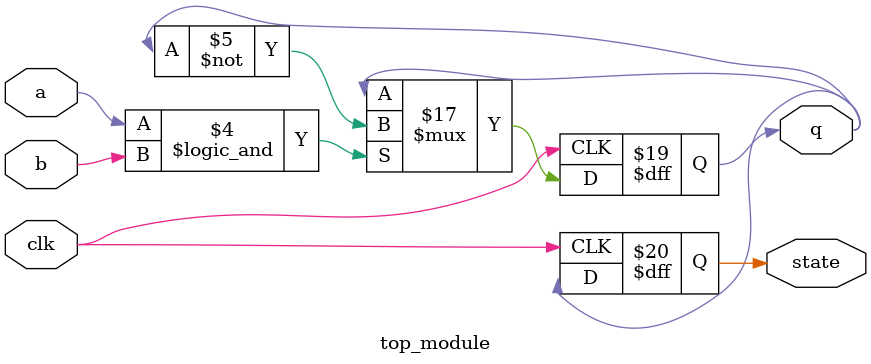
<source format=sv>
module top_module (
    input clk,
    input a,
    input b,
    output reg q,
    output reg state
);

    always @(posedge clk) begin
        state <= q;
        if (a == 1 && b == 1)
            q <= ~q;
        else if (a == 1 && b == 0)
            q <= q;
        else if (a == 0 && b == 1)
            q <= q;
        else
            q <= q;
    end

endmodule

</source>
